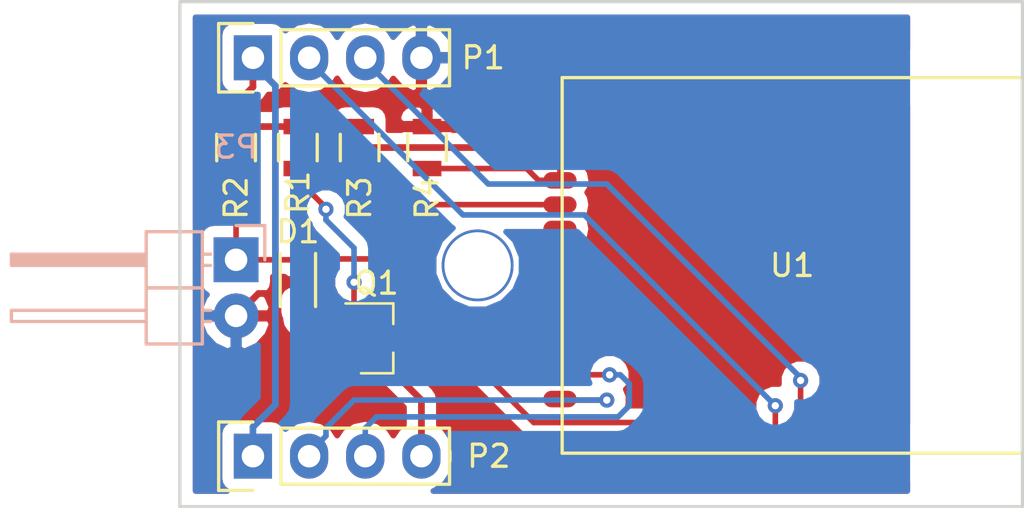
<source format=kicad_pcb>
(kicad_pcb (version 4) (host pcbnew 4.0.5-e0-6337~49~ubuntu16.04.1)

  (general
    (links 23)
    (no_connects 0)
    (area 76.124999 76.124999 114.375001 99.135001)
    (thickness 1.6)
    (drawings 4)
    (tracks 91)
    (zones 0)
    (modules 11)
    (nets 12)
  )

  (page A4)
  (layers
    (0 F.Cu signal)
    (31 B.Cu signal)
    (34 B.Paste user)
    (35 F.Paste user)
    (36 B.SilkS user)
    (37 F.SilkS user)
    (38 B.Mask user)
    (39 F.Mask user)
    (44 Edge.Cuts user)
  )

  (setup
    (last_trace_width 0.254)
    (trace_clearance 0.254)
    (zone_clearance 0.508)
    (zone_45_only no)
    (trace_min 0.1524)
    (segment_width 0.2)
    (edge_width 0.15)
    (via_size 0.6858)
    (via_drill 0.3302)
    (via_min_size 0.6858)
    (via_min_drill 0.3302)
    (uvia_size 0.3)
    (uvia_drill 0.1)
    (uvias_allowed no)
    (uvia_min_size 0)
    (uvia_min_drill 0)
    (pcb_text_width 0.3)
    (pcb_text_size 1.5 1.5)
    (mod_edge_width 0.15)
    (mod_text_size 1 1)
    (mod_text_width 0.15)
    (pad_size 3.25 3.25)
    (pad_drill 3)
    (pad_to_mask_clearance 0.2)
    (aux_axis_origin 0 0)
    (visible_elements FFFFFF7F)
    (pcbplotparams
      (layerselection 0x010f0_80000001)
      (usegerberextensions true)
      (excludeedgelayer true)
      (linewidth 0.100000)
      (plotframeref false)
      (viasonmask false)
      (mode 1)
      (useauxorigin false)
      (hpglpennumber 1)
      (hpglpenspeed 20)
      (hpglpendiameter 15)
      (hpglpenoverlay 2)
      (psnegative false)
      (psa4output false)
      (plotreference true)
      (plotvalue true)
      (plotinvisibletext false)
      (padsonsilk false)
      (subtractmaskfromsilk false)
      (outputformat 1)
      (mirror false)
      (drillshape 0)
      (scaleselection 1)
      (outputdirectory ../../../../temp/))
  )

  (net 0 "")
  (net 1 "Net-(Q1-Pad1)")
  (net 2 GND)
  (net 3 GNDD)
  (net 4 "Net-(D1-Pad1)")
  (net 5 VDD)
  (net 6 /SWCLK)
  (net 7 /SWDIO)
  (net 8 /RELAY)
  (net 9 /CFG_BTN)
  (net 10 "Net-(R3-Pad2)")
  (net 11 "Net-(R4-Pad2)")

  (net_class Default "This is the default net class."
    (clearance 0.254)
    (trace_width 0.254)
    (via_dia 0.6858)
    (via_drill 0.3302)
    (uvia_dia 0.3)
    (uvia_drill 0.1)
    (add_net /CFG_BTN)
    (add_net /RELAY)
    (add_net /SWCLK)
    (add_net /SWDIO)
    (add_net "Net-(D1-Pad1)")
    (add_net "Net-(Q1-Pad1)")
    (add_net "Net-(R3-Pad2)")
    (add_net "Net-(R4-Pad2)")
  )

  (net_class Power ""
    (clearance 0.3048)
    (trace_width 0.3048)
    (via_dia 0.6858)
    (via_drill 0.3302)
    (uvia_dia 0.3)
    (uvia_drill 0.1)
    (add_net GND)
    (add_net GNDD)
    (add_net VDD)
  )

  (module KevinLibrary:CORE51822B (layer F.Cu) (tedit 586B3728) (tstamp 58695D5D)
    (at 103.886 88.138)
    (path /5864B5BE)
    (fp_text reference U1 (at 0 0) (layer F.SilkS)
      (effects (font (size 1 1) (thickness 0.15)))
    )
    (fp_text value Core51822B (at 0 -2.85) (layer F.Fab)
      (effects (font (size 1 1) (thickness 0.15)))
    )
    (fp_line (start -10.4 8.5) (end -10.4 -8.5) (layer F.SilkS) (width 0.15))
    (fp_line (start 10.4 8.5) (end -10.4 8.5) (layer F.SilkS) (width 0.15))
    (fp_line (start 10.4 -8.5) (end 10.4 8.5) (layer F.SilkS) (width 0.15))
    (fp_line (start -10.4 -8.5) (end 10.4 -8.5) (layer F.SilkS) (width 0.15))
    (pad 1 smd oval (at 4.8 -8.5) (size 0.75 1.5) (layers F.Cu F.Paste F.Mask)
      (net 3 GNDD))
    (pad 2 smd oval (at 3.7 -8.5) (size 0.75 1.5) (layers F.Cu F.Paste F.Mask))
    (pad 3 smd oval (at 2.6 -8.5) (size 0.75 1.5) (layers F.Cu F.Paste F.Mask))
    (pad 4 smd oval (at 1.5 -8.5) (size 0.75 1.5) (layers F.Cu F.Paste F.Mask))
    (pad 5 smd oval (at 0.4 -8.5) (size 0.75 1.5) (layers F.Cu F.Paste F.Mask))
    (pad 12 smd oval (at -7.3 -8.5) (size 0.75 1.5) (layers F.Cu F.Paste F.Mask)
      (net 5 VDD))
    (pad 11 smd oval (at -6.2 -8.5) (size 0.75 1.5) (layers F.Cu F.Paste F.Mask)
      (net 3 GNDD))
    (pad 10 smd oval (at -5.1 -8.5) (size 0.75 1.5) (layers F.Cu F.Paste F.Mask))
    (pad 9 smd oval (at -4 -8.5) (size 0.75 1.5) (layers F.Cu F.Paste F.Mask))
    (pad 8 smd oval (at -2.9 -8.5) (size 0.75 1.5) (layers F.Cu F.Paste F.Mask))
    (pad 7 smd oval (at -1.8 -8.5) (size 0.75 1.5) (layers F.Cu F.Paste F.Mask))
    (pad 6 smd oval (at -0.7 -8.5) (size 0.75 1.5) (layers F.Cu F.Paste F.Mask))
    (pad 36 smd oval (at 4.8 8.5) (size 0.75 1.5) (layers F.Cu F.Paste F.Mask))
    (pad 35 smd oval (at 3.7 8.5) (size 0.75 1.5) (layers F.Cu F.Paste F.Mask))
    (pad 34 smd oval (at 2.6 8.5) (size 0.75 1.5) (layers F.Cu F.Paste F.Mask))
    (pad 33 smd oval (at 1.5 8.5) (size 0.75 1.5) (layers F.Cu F.Paste F.Mask))
    (pad 32 smd oval (at 0.4 8.5) (size 0.75 1.5) (layers F.Cu F.Paste F.Mask)
      (net 6 /SWCLK))
    (pad 31 smd oval (at -0.7 8.5) (size 0.75 1.5) (layers F.Cu F.Paste F.Mask)
      (net 7 /SWDIO))
    (pad 30 smd oval (at -1.8 8.5) (size 0.75 1.5) (layers F.Cu F.Paste F.Mask))
    (pad 29 smd oval (at -2.9 8.5) (size 0.75 1.5) (layers F.Cu F.Paste F.Mask)
      (net 4 "Net-(D1-Pad1)"))
    (pad 28 smd oval (at -4 8.5) (size 0.75 1.5) (layers F.Cu F.Paste F.Mask))
    (pad 27 smd oval (at -5.1 8.5) (size 0.75 1.5) (layers F.Cu F.Paste F.Mask))
    (pad 26 smd oval (at -6.2 8.5) (size 0.75 1.5) (layers F.Cu F.Paste F.Mask))
    (pad 25 smd oval (at -7.3 8.5) (size 0.75 1.5) (layers F.Cu F.Paste F.Mask))
    (pad 13 smd oval (at -10.5 -6.05) (size 1.5 0.75) (layers F.Cu F.Paste F.Mask))
    (pad 14 smd oval (at -10.5 -4.95) (size 1.5 0.75) (layers F.Cu F.Paste F.Mask)
      (net 11 "Net-(R4-Pad2)"))
    (pad 15 smd oval (at -10.5 -3.85) (size 1.5 0.75) (layers F.Cu F.Paste F.Mask)
      (net 11 "Net-(R4-Pad2)"))
    (pad 16 smd oval (at -10.5 -2.75) (size 1.5 0.75) (layers F.Cu F.Paste F.Mask)
      (net 10 "Net-(R3-Pad2)"))
    (pad 17 smd oval (at -10.5 -1.65) (size 1.5 0.75) (layers F.Cu F.Paste F.Mask))
    (pad 18 smd oval (at -10.5 -0.55) (size 1.5 0.75) (layers F.Cu F.Paste F.Mask))
    (pad 19 smd oval (at -10.5 0.55) (size 1.5 0.75) (layers F.Cu F.Paste F.Mask))
    (pad 20 smd oval (at -10.5 1.65) (size 1.5 0.75) (layers F.Cu F.Paste F.Mask))
    (pad 21 smd oval (at -10.5 2.75) (size 1.5 0.75) (layers F.Cu F.Paste F.Mask))
    (pad 22 smd oval (at -10.5 3.85) (size 1.5 0.75) (layers F.Cu F.Paste F.Mask))
    (pad 23 smd oval (at -10.5 4.95) (size 1.5 0.75) (layers F.Cu F.Paste F.Mask)
      (net 9 /CFG_BTN))
    (pad 24 smd oval (at -10.5 6.05) (size 1.5 0.75) (layers F.Cu F.Paste F.Mask)
      (net 8 /RELAY))
  )

  (module Resistors_SMD:R_0805 (layer F.Cu) (tedit 586B36E5) (tstamp 58699F20)
    (at 84.328 82.804 270)
    (descr "Resistor SMD 0805, reflow soldering, Vishay (see dcrcw.pdf)")
    (tags "resistor 0805")
    (path /5865ADD2)
    (attr smd)
    (fp_text reference R3 (at 2.286 0 270) (layer F.SilkS)
      (effects (font (size 1 1) (thickness 0.15)))
    )
    (fp_text value 10R3 (at 0 2.1 270) (layer F.Fab)
      (effects (font (size 1 1) (thickness 0.15)))
    )
    (fp_line (start -1 0.625) (end -1 -0.625) (layer F.Fab) (width 0.1))
    (fp_line (start 1 0.625) (end -1 0.625) (layer F.Fab) (width 0.1))
    (fp_line (start 1 -0.625) (end 1 0.625) (layer F.Fab) (width 0.1))
    (fp_line (start -1 -0.625) (end 1 -0.625) (layer F.Fab) (width 0.1))
    (fp_line (start -1.6 -1) (end 1.6 -1) (layer F.CrtYd) (width 0.05))
    (fp_line (start -1.6 1) (end 1.6 1) (layer F.CrtYd) (width 0.05))
    (fp_line (start -1.6 -1) (end -1.6 1) (layer F.CrtYd) (width 0.05))
    (fp_line (start 1.6 -1) (end 1.6 1) (layer F.CrtYd) (width 0.05))
    (fp_line (start 0.6 0.875) (end -0.6 0.875) (layer F.SilkS) (width 0.15))
    (fp_line (start -0.6 -0.875) (end 0.6 -0.875) (layer F.SilkS) (width 0.15))
    (pad 1 smd rect (at -0.95 0 270) (size 0.7 1.3) (layers F.Cu F.Paste F.Mask)
      (net 5 VDD))
    (pad 2 smd rect (at 0.95 0 270) (size 0.7 1.3) (layers F.Cu F.Paste F.Mask)
      (net 10 "Net-(R3-Pad2)"))
    (model Resistors_SMD.3dshapes/R_0805.wrl
      (at (xyz 0 0 0))
      (scale (xyz 1 1 1))
      (rotate (xyz 0 0 0))
    )
  )

  (module TO_SOT_Packages_SMD:SOT-23 (layer F.Cu) (tedit 583F39EB) (tstamp 58695982)
    (at 85.09 91.44)
    (descr "SOT-23, Standard")
    (tags SOT-23)
    (path /5865689C)
    (attr smd)
    (fp_text reference Q1 (at 0 -2.5) (layer F.SilkS)
      (effects (font (size 1 1) (thickness 0.15)))
    )
    (fp_text value IRLML6344 (at 0 2.5) (layer F.Fab)
      (effects (font (size 1 1) (thickness 0.15)))
    )
    (fp_line (start 0.76 1.58) (end 0.76 0.65) (layer F.SilkS) (width 0.12))
    (fp_line (start 0.76 -1.58) (end 0.76 -0.65) (layer F.SilkS) (width 0.12))
    (fp_line (start 0.7 -1.52) (end 0.7 1.52) (layer F.Fab) (width 0.15))
    (fp_line (start -0.7 1.52) (end 0.7 1.52) (layer F.Fab) (width 0.15))
    (fp_line (start -1.7 -1.75) (end 1.7 -1.75) (layer F.CrtYd) (width 0.05))
    (fp_line (start 1.7 -1.75) (end 1.7 1.75) (layer F.CrtYd) (width 0.05))
    (fp_line (start 1.7 1.75) (end -1.7 1.75) (layer F.CrtYd) (width 0.05))
    (fp_line (start -1.7 1.75) (end -1.7 -1.75) (layer F.CrtYd) (width 0.05))
    (fp_line (start 0.76 -1.58) (end -1.4 -1.58) (layer F.SilkS) (width 0.12))
    (fp_line (start -0.7 -1.52) (end 0.7 -1.52) (layer F.Fab) (width 0.15))
    (fp_line (start -0.7 -1.52) (end -0.7 1.52) (layer F.Fab) (width 0.15))
    (fp_line (start 0.76 1.58) (end -0.7 1.58) (layer F.SilkS) (width 0.12))
    (pad 1 smd rect (at -1 -0.95) (size 0.9 0.8) (layers F.Cu F.Paste F.Mask)
      (net 1 "Net-(Q1-Pad1)"))
    (pad 2 smd rect (at -1 0.95) (size 0.9 0.8) (layers F.Cu F.Paste F.Mask)
      (net 2 GND))
    (pad 3 smd rect (at 1 0) (size 0.9 0.8) (layers F.Cu F.Paste F.Mask)
      (net 3 GNDD))
    (model TO_SOT_Packages_SMD.3dshapes/SOT-23.wrl
      (at (xyz 0 0 0))
      (scale (xyz 1 1 1))
      (rotate (xyz 0 0 90))
    )
  )

  (module Pin_Headers:Pin_Header_Angled_1x02 (layer B.Cu) (tedit 0) (tstamp 58697556)
    (at 78.74 87.884 180)
    (descr "Through hole pin header")
    (tags "pin header")
    (path /58697198)
    (fp_text reference P3 (at 0 5.1 180) (layer B.SilkS)
      (effects (font (size 1 1) (thickness 0.15)) (justify mirror))
    )
    (fp_text value CONN_01X02 (at 0 3.1 180) (layer B.Fab)
      (effects (font (size 1 1) (thickness 0.15)) (justify mirror))
    )
    (fp_line (start -1.5 1.75) (end -1.5 -4.3) (layer B.CrtYd) (width 0.05))
    (fp_line (start 10.65 1.75) (end 10.65 -4.3) (layer B.CrtYd) (width 0.05))
    (fp_line (start -1.5 1.75) (end 10.65 1.75) (layer B.CrtYd) (width 0.05))
    (fp_line (start -1.5 -4.3) (end 10.65 -4.3) (layer B.CrtYd) (width 0.05))
    (fp_line (start -1.3 1.55) (end -1.3 0) (layer B.SilkS) (width 0.15))
    (fp_line (start 0 1.55) (end -1.3 1.55) (layer B.SilkS) (width 0.15))
    (fp_line (start 4.191 0.127) (end 10.033 0.127) (layer B.SilkS) (width 0.15))
    (fp_line (start 10.033 0.127) (end 10.033 -0.127) (layer B.SilkS) (width 0.15))
    (fp_line (start 10.033 -0.127) (end 4.191 -0.127) (layer B.SilkS) (width 0.15))
    (fp_line (start 4.191 -0.127) (end 4.191 0) (layer B.SilkS) (width 0.15))
    (fp_line (start 4.191 0) (end 10.033 0) (layer B.SilkS) (width 0.15))
    (fp_line (start 1.524 0.254) (end 1.143 0.254) (layer B.SilkS) (width 0.15))
    (fp_line (start 1.524 -0.254) (end 1.143 -0.254) (layer B.SilkS) (width 0.15))
    (fp_line (start 1.524 -2.286) (end 1.143 -2.286) (layer B.SilkS) (width 0.15))
    (fp_line (start 1.524 -2.794) (end 1.143 -2.794) (layer B.SilkS) (width 0.15))
    (fp_line (start 1.524 1.27) (end 4.064 1.27) (layer B.SilkS) (width 0.15))
    (fp_line (start 1.524 -1.27) (end 4.064 -1.27) (layer B.SilkS) (width 0.15))
    (fp_line (start 1.524 -1.27) (end 1.524 -3.81) (layer B.SilkS) (width 0.15))
    (fp_line (start 1.524 -3.81) (end 4.064 -3.81) (layer B.SilkS) (width 0.15))
    (fp_line (start 4.064 -2.286) (end 10.16 -2.286) (layer B.SilkS) (width 0.15))
    (fp_line (start 10.16 -2.286) (end 10.16 -2.794) (layer B.SilkS) (width 0.15))
    (fp_line (start 10.16 -2.794) (end 4.064 -2.794) (layer B.SilkS) (width 0.15))
    (fp_line (start 4.064 -3.81) (end 4.064 -1.27) (layer B.SilkS) (width 0.15))
    (fp_line (start 4.064 -1.27) (end 4.064 1.27) (layer B.SilkS) (width 0.15))
    (fp_line (start 10.16 -0.254) (end 4.064 -0.254) (layer B.SilkS) (width 0.15))
    (fp_line (start 10.16 0.254) (end 10.16 -0.254) (layer B.SilkS) (width 0.15))
    (fp_line (start 4.064 0.254) (end 10.16 0.254) (layer B.SilkS) (width 0.15))
    (fp_line (start 1.524 -1.27) (end 4.064 -1.27) (layer B.SilkS) (width 0.15))
    (fp_line (start 1.524 1.27) (end 1.524 -1.27) (layer B.SilkS) (width 0.15))
    (pad 1 thru_hole rect (at 0 0 180) (size 2.032 2.032) (drill 1.016) (layers *.Cu *.Mask)
      (net 4 "Net-(D1-Pad1)"))
    (pad 2 thru_hole oval (at 0 -2.54 180) (size 2.032 2.032) (drill 1.016) (layers *.Cu *.Mask)
      (net 3 GNDD))
    (model Pin_Headers.3dshapes/Pin_Header_Angled_1x02.wrl
      (at (xyz 0 -0.05 0))
      (scale (xyz 1 1 1))
      (rotate (xyz 0 0 90))
    )
  )

  (module Diodes_SMD:SOD-323 (layer F.Cu) (tedit 586B3714) (tstamp 58699F07)
    (at 81.534 88.9 270)
    (descr SOD-323)
    (tags SOD-323)
    (path /5866A0AA)
    (attr smd)
    (fp_text reference D1 (at -2.286 0 360) (layer F.SilkS)
      (effects (font (size 1 1) (thickness 0.15)))
    )
    (fp_text value SP4020 (at 0.1 1.9 270) (layer F.Fab)
      (effects (font (size 1 1) (thickness 0.15)))
    )
    (fp_line (start 0.2 0) (end 0.45 0) (layer F.Fab) (width 0.15))
    (fp_line (start 0.2 0.35) (end -0.3 0) (layer F.Fab) (width 0.15))
    (fp_line (start 0.2 -0.35) (end 0.2 0.35) (layer F.Fab) (width 0.15))
    (fp_line (start -0.3 0) (end 0.2 -0.35) (layer F.Fab) (width 0.15))
    (fp_line (start -0.3 0) (end -0.5 0) (layer F.Fab) (width 0.15))
    (fp_line (start -0.3 -0.35) (end -0.3 0.35) (layer F.Fab) (width 0.15))
    (fp_line (start -0.85 0.65) (end -0.85 -0.65) (layer F.Fab) (width 0.15))
    (fp_line (start 0.85 0.65) (end -0.85 0.65) (layer F.Fab) (width 0.15))
    (fp_line (start 0.85 -0.65) (end 0.85 0.65) (layer F.Fab) (width 0.15))
    (fp_line (start -0.85 -0.65) (end 0.85 -0.65) (layer F.Fab) (width 0.15))
    (fp_line (start -1.5 -0.95) (end 1.5 -0.95) (layer F.CrtYd) (width 0.05))
    (fp_line (start 1.5 -0.95) (end 1.5 0.95) (layer F.CrtYd) (width 0.05))
    (fp_line (start -1.5 0.95) (end 1.5 0.95) (layer F.CrtYd) (width 0.05))
    (fp_line (start -1.5 -0.95) (end -1.5 0.95) (layer F.CrtYd) (width 0.05))
    (fp_line (start -1.3 0.8) (end 1.1 0.8) (layer F.SilkS) (width 0.15))
    (fp_line (start -1.3 -0.8) (end 1.1 -0.8) (layer F.SilkS) (width 0.15))
    (pad 1 smd rect (at -1.055 0 270) (size 0.59 0.45) (layers F.Cu F.Paste F.Mask)
      (net 4 "Net-(D1-Pad1)"))
    (pad 2 smd rect (at 1.055 0 270) (size 0.59 0.45) (layers F.Cu F.Paste F.Mask)
      (net 2 GND))
    (model Diodes_SMD.3dshapes/SOD-323.wrl
      (at (xyz 0 0 0))
      (scale (xyz 1 1 1))
      (rotate (xyz 0 0 180))
    )
  )

  (module Resistors_SMD:R_0805 (layer F.Cu) (tedit 586B36DB) (tstamp 58699F16)
    (at 81.534 82.804 270)
    (descr "Resistor SMD 0805, reflow soldering, Vishay (see dcrcw.pdf)")
    (tags "resistor 0805")
    (path /58656E6F)
    (attr smd)
    (fp_text reference R1 (at 2.032 0 270) (layer F.SilkS)
      (effects (font (size 1 1) (thickness 0.15)))
    )
    (fp_text value 100R (at 0 2.1 270) (layer F.Fab)
      (effects (font (size 1 1) (thickness 0.15)))
    )
    (fp_line (start -1 0.625) (end -1 -0.625) (layer F.Fab) (width 0.1))
    (fp_line (start 1 0.625) (end -1 0.625) (layer F.Fab) (width 0.1))
    (fp_line (start 1 -0.625) (end 1 0.625) (layer F.Fab) (width 0.1))
    (fp_line (start -1 -0.625) (end 1 -0.625) (layer F.Fab) (width 0.1))
    (fp_line (start -1.6 -1) (end 1.6 -1) (layer F.CrtYd) (width 0.05))
    (fp_line (start -1.6 1) (end 1.6 1) (layer F.CrtYd) (width 0.05))
    (fp_line (start -1.6 -1) (end -1.6 1) (layer F.CrtYd) (width 0.05))
    (fp_line (start 1.6 -1) (end 1.6 1) (layer F.CrtYd) (width 0.05))
    (fp_line (start 0.6 0.875) (end -0.6 0.875) (layer F.SilkS) (width 0.15))
    (fp_line (start -0.6 -0.875) (end 0.6 -0.875) (layer F.SilkS) (width 0.15))
    (pad 1 smd rect (at -0.95 0 270) (size 0.7 1.3) (layers F.Cu F.Paste F.Mask)
      (net 5 VDD))
    (pad 2 smd rect (at 0.95 0 270) (size 0.7 1.3) (layers F.Cu F.Paste F.Mask)
      (net 1 "Net-(Q1-Pad1)"))
    (model Resistors_SMD.3dshapes/R_0805.wrl
      (at (xyz 0 0 0))
      (scale (xyz 1 1 1))
      (rotate (xyz 0 0 0))
    )
  )

  (module Resistors_SMD:R_0805 (layer F.Cu) (tedit 586B36E0) (tstamp 58699F1B)
    (at 78.74 82.804 270)
    (descr "Resistor SMD 0805, reflow soldering, Vishay (see dcrcw.pdf)")
    (tags "resistor 0805")
    (path /5865AEBC)
    (attr smd)
    (fp_text reference R2 (at 2.286 0 270) (layer F.SilkS)
      (effects (font (size 1 1) (thickness 0.15)))
    )
    (fp_text value 10R3 (at 0 2.1 270) (layer F.Fab)
      (effects (font (size 1 1) (thickness 0.15)))
    )
    (fp_line (start -1 0.625) (end -1 -0.625) (layer F.Fab) (width 0.1))
    (fp_line (start 1 0.625) (end -1 0.625) (layer F.Fab) (width 0.1))
    (fp_line (start 1 -0.625) (end 1 0.625) (layer F.Fab) (width 0.1))
    (fp_line (start -1 -0.625) (end 1 -0.625) (layer F.Fab) (width 0.1))
    (fp_line (start -1.6 -1) (end 1.6 -1) (layer F.CrtYd) (width 0.05))
    (fp_line (start -1.6 1) (end 1.6 1) (layer F.CrtYd) (width 0.05))
    (fp_line (start -1.6 -1) (end -1.6 1) (layer F.CrtYd) (width 0.05))
    (fp_line (start 1.6 -1) (end 1.6 1) (layer F.CrtYd) (width 0.05))
    (fp_line (start 0.6 0.875) (end -0.6 0.875) (layer F.SilkS) (width 0.15))
    (fp_line (start -0.6 -0.875) (end 0.6 -0.875) (layer F.SilkS) (width 0.15))
    (pad 1 smd rect (at -0.95 0 270) (size 0.7 1.3) (layers F.Cu F.Paste F.Mask)
      (net 5 VDD))
    (pad 2 smd rect (at 0.95 0 270) (size 0.7 1.3) (layers F.Cu F.Paste F.Mask)
      (net 4 "Net-(D1-Pad1)"))
    (model Resistors_SMD.3dshapes/R_0805.wrl
      (at (xyz 0 0 0))
      (scale (xyz 1 1 1))
      (rotate (xyz 0 0 0))
    )
  )

  (module Resistors_SMD:R_0805 (layer F.Cu) (tedit 586B36EE) (tstamp 58699F25)
    (at 87.376 82.804 270)
    (descr "Resistor SMD 0805, reflow soldering, Vishay (see dcrcw.pdf)")
    (tags "resistor 0805")
    (path /5865AD1B)
    (attr smd)
    (fp_text reference R4 (at 2.286 0 270) (layer F.SilkS)
      (effects (font (size 1 1) (thickness 0.15)))
    )
    (fp_text value 10R3 (at 0 2.1 270) (layer F.Fab)
      (effects (font (size 1 1) (thickness 0.15)))
    )
    (fp_line (start -1 0.625) (end -1 -0.625) (layer F.Fab) (width 0.1))
    (fp_line (start 1 0.625) (end -1 0.625) (layer F.Fab) (width 0.1))
    (fp_line (start 1 -0.625) (end 1 0.625) (layer F.Fab) (width 0.1))
    (fp_line (start -1 -0.625) (end 1 -0.625) (layer F.Fab) (width 0.1))
    (fp_line (start -1.6 -1) (end 1.6 -1) (layer F.CrtYd) (width 0.05))
    (fp_line (start -1.6 1) (end 1.6 1) (layer F.CrtYd) (width 0.05))
    (fp_line (start -1.6 -1) (end -1.6 1) (layer F.CrtYd) (width 0.05))
    (fp_line (start 1.6 -1) (end 1.6 1) (layer F.CrtYd) (width 0.05))
    (fp_line (start 0.6 0.875) (end -0.6 0.875) (layer F.SilkS) (width 0.15))
    (fp_line (start -0.6 -0.875) (end 0.6 -0.875) (layer F.SilkS) (width 0.15))
    (pad 1 smd rect (at -0.95 0 270) (size 0.7 1.3) (layers F.Cu F.Paste F.Mask)
      (net 3 GNDD))
    (pad 2 smd rect (at 0.95 0 270) (size 0.7 1.3) (layers F.Cu F.Paste F.Mask)
      (net 11 "Net-(R4-Pad2)"))
    (model Resistors_SMD.3dshapes/R_0805.wrl
      (at (xyz 0 0 0))
      (scale (xyz 1 1 1))
      (rotate (xyz 0 0 0))
    )
  )

  (module Pin_Headers:Pin_Header_Straight_1x04 (layer F.Cu) (tedit 586B36B3) (tstamp 5880CA0B)
    (at 79.502 78.74 90)
    (descr "Through hole pin header")
    (tags "pin header")
    (path /58648F8C)
    (fp_text reference P1 (at 0 10.414 180) (layer F.SilkS)
      (effects (font (size 1 1) (thickness 0.15)))
    )
    (fp_text value PRG_HEADER (at 0 -3.1 90) (layer F.Fab)
      (effects (font (size 1 1) (thickness 0.15)))
    )
    (fp_line (start -1.75 -1.75) (end -1.75 9.4) (layer F.CrtYd) (width 0.05))
    (fp_line (start 1.75 -1.75) (end 1.75 9.4) (layer F.CrtYd) (width 0.05))
    (fp_line (start -1.75 -1.75) (end 1.75 -1.75) (layer F.CrtYd) (width 0.05))
    (fp_line (start -1.75 9.4) (end 1.75 9.4) (layer F.CrtYd) (width 0.05))
    (fp_line (start -1.27 1.27) (end -1.27 8.89) (layer F.SilkS) (width 0.15))
    (fp_line (start 1.27 1.27) (end 1.27 8.89) (layer F.SilkS) (width 0.15))
    (fp_line (start 1.55 -1.55) (end 1.55 0) (layer F.SilkS) (width 0.15))
    (fp_line (start -1.27 8.89) (end 1.27 8.89) (layer F.SilkS) (width 0.15))
    (fp_line (start 1.27 1.27) (end -1.27 1.27) (layer F.SilkS) (width 0.15))
    (fp_line (start -1.55 0) (end -1.55 -1.55) (layer F.SilkS) (width 0.15))
    (fp_line (start -1.55 -1.55) (end 1.55 -1.55) (layer F.SilkS) (width 0.15))
    (pad 1 thru_hole rect (at 0 0 90) (size 2.032 1.7272) (drill 1.016) (layers *.Cu *.Mask)
      (net 5 VDD))
    (pad 2 thru_hole oval (at 0 2.54 90) (size 2.032 1.7272) (drill 1.016) (layers *.Cu *.Mask)
      (net 7 /SWDIO))
    (pad 3 thru_hole oval (at 0 5.08 90) (size 2.032 1.7272) (drill 1.016) (layers *.Cu *.Mask)
      (net 6 /SWCLK))
    (pad 4 thru_hole oval (at 0 7.62 90) (size 2.032 1.7272) (drill 1.016) (layers *.Cu *.Mask)
      (net 3 GNDD))
    (model Pin_Headers.3dshapes/Pin_Header_Straight_1x04.wrl
      (at (xyz 0 -0.15 0))
      (scale (xyz 1 1 1))
      (rotate (xyz 0 0 90))
    )
  )

  (module Pin_Headers:Pin_Header_Straight_1x04 (layer F.Cu) (tedit 586B36F9) (tstamp 5880CA1D)
    (at 79.502 96.774 90)
    (descr "Through hole pin header")
    (tags "pin header")
    (path /58648E7D)
    (fp_text reference P2 (at 0 10.668 180) (layer F.SilkS)
      (effects (font (size 1 1) (thickness 0.15)))
    )
    (fp_text value INPUT_HEADER (at 0 -3.1 90) (layer F.Fab)
      (effects (font (size 1 1) (thickness 0.15)))
    )
    (fp_line (start -1.75 -1.75) (end -1.75 9.4) (layer F.CrtYd) (width 0.05))
    (fp_line (start 1.75 -1.75) (end 1.75 9.4) (layer F.CrtYd) (width 0.05))
    (fp_line (start -1.75 -1.75) (end 1.75 -1.75) (layer F.CrtYd) (width 0.05))
    (fp_line (start -1.75 9.4) (end 1.75 9.4) (layer F.CrtYd) (width 0.05))
    (fp_line (start -1.27 1.27) (end -1.27 8.89) (layer F.SilkS) (width 0.15))
    (fp_line (start 1.27 1.27) (end 1.27 8.89) (layer F.SilkS) (width 0.15))
    (fp_line (start 1.55 -1.55) (end 1.55 0) (layer F.SilkS) (width 0.15))
    (fp_line (start -1.27 8.89) (end 1.27 8.89) (layer F.SilkS) (width 0.15))
    (fp_line (start 1.27 1.27) (end -1.27 1.27) (layer F.SilkS) (width 0.15))
    (fp_line (start -1.55 0) (end -1.55 -1.55) (layer F.SilkS) (width 0.15))
    (fp_line (start -1.55 -1.55) (end 1.55 -1.55) (layer F.SilkS) (width 0.15))
    (pad 1 thru_hole rect (at 0 0 90) (size 2.032 1.7272) (drill 1.016) (layers *.Cu *.Mask)
      (net 5 VDD))
    (pad 2 thru_hole oval (at 0 2.54 90) (size 2.032 1.7272) (drill 1.016) (layers *.Cu *.Mask)
      (net 8 /RELAY))
    (pad 3 thru_hole oval (at 0 5.08 90) (size 2.032 1.7272) (drill 1.016) (layers *.Cu *.Mask)
      (net 9 /CFG_BTN))
    (pad 4 thru_hole oval (at 0 7.62 90) (size 2.032 1.7272) (drill 1.016) (layers *.Cu *.Mask)
      (net 2 GND))
    (model Pin_Headers.3dshapes/Pin_Header_Straight_1x04.wrl
      (at (xyz 0 -0.15 0))
      (scale (xyz 1 1 1))
      (rotate (xyz 0 0 90))
    )
  )

  (module Mounting_Holes:MountingHole_2.7mm_M2.5 (layer F.Cu) (tedit 58900527) (tstamp 5880CA7B)
    (at 89.662 88.138)
    (descr "Mounting Hole 2.7mm, no annular, M2.5")
    (tags "mounting hole 2.7mm no annular m2.5")
    (fp_text reference REF** (at 0 -3.7) (layer F.SilkS) hide
      (effects (font (size 1 1) (thickness 0.15)))
    )
    (fp_text value MountingHole_2.7mm_M2.5 (at 0 3.7) (layer F.Fab)
      (effects (font (size 1 1) (thickness 0.15)))
    )
    (fp_circle (center 0 0) (end 2.7 0) (layer Cmts.User) (width 0.15))
    (fp_circle (center 0 0) (end 2.95 0) (layer F.CrtYd) (width 0.05))
    (pad "" np_thru_hole circle (at 0 0) (size 3.25 3.25) (drill 3) (layers *.Cu *.Mask))
  )

  (gr_line (start 114.3 99.06) (end 76.2 99.06) (angle 90) (layer Edge.Cuts) (width 0.15))
  (gr_line (start 114.3 76.2) (end 114.3 99.06) (angle 90) (layer Edge.Cuts) (width 0.15))
  (gr_line (start 76.2 76.2) (end 114.3 76.2) (angle 90) (layer Edge.Cuts) (width 0.15))
  (gr_line (start 76.2 76.2) (end 76.2 99.06) (angle 90) (layer Edge.Cuts) (width 0.15))

  (segment (start 84.074 88.9) (end 84.074 90.474) (width 0.254) (layer F.Cu) (net 1))
  (segment (start 84.074 90.474) (end 84.09 90.49) (width 0.254) (layer F.Cu) (net 1))
  (segment (start 84.074 87.352933) (end 84.074 88.9) (width 0.254) (layer B.Cu) (net 1))
  (via (at 84.074 88.9) (size 0.6858) (drill 0.3302) (layers F.Cu B.Cu) (net 1))
  (segment (start 82.804 85.598) (end 82.804 86.082933) (width 0.254) (layer B.Cu) (net 1))
  (segment (start 82.804 86.082933) (end 84.074 87.352933) (width 0.254) (layer B.Cu) (net 1))
  (segment (start 82.6216 85.344) (end 82.6216 85.4156) (width 0.254) (layer F.Cu) (net 1))
  (segment (start 82.6216 85.4156) (end 82.804 85.598) (width 0.254) (layer F.Cu) (net 1))
  (via (at 82.804 85.598) (size 0.6858) (drill 0.3302) (layers F.Cu B.Cu) (net 1))
  (segment (start 81.534 83.754) (end 81.534 84.2564) (width 0.254) (layer F.Cu) (net 1))
  (segment (start 81.534 84.2564) (end 82.6216 85.344) (width 0.254) (layer F.Cu) (net 1))
  (segment (start 84.09 92.39) (end 83.3352 92.39) (width 0.3048) (layer F.Cu) (net 2))
  (segment (start 83.3352 92.39) (end 81.534 90.5888) (width 0.3048) (layer F.Cu) (net 2))
  (segment (start 81.534 90.5888) (end 81.534 89.955) (width 0.3048) (layer F.Cu) (net 2))
  (segment (start 87.122 96.774) (end 87.122 94.234) (width 0.3048) (layer F.Cu) (net 2))
  (segment (start 87.122 94.234) (end 85.278 92.39) (width 0.3048) (layer F.Cu) (net 2))
  (segment (start 85.278 92.39) (end 84.09 92.39) (width 0.3048) (layer F.Cu) (net 2))
  (segment (start 82.804 90.932) (end 83.312 91.44) (width 0.3048) (layer F.Cu) (net 3))
  (segment (start 83.312 91.44) (end 86.09 91.44) (width 0.3048) (layer F.Cu) (net 3))
  (segment (start 82.804 89.882038) (end 82.804 90.932) (width 0.3048) (layer F.Cu) (net 3))
  (segment (start 80.772 88.9) (end 81.821962 88.9) (width 0.3048) (layer F.Cu) (net 3))
  (segment (start 81.821962 88.9) (end 82.804 89.882038) (width 0.3048) (layer F.Cu) (net 3))
  (segment (start 80.263999 89.408001) (end 80.772 88.9) (width 0.3048) (layer F.Cu) (net 3))
  (segment (start 78.74 90.424) (end 79.755999 89.408001) (width 0.3048) (layer F.Cu) (net 3))
  (segment (start 79.755999 89.408001) (end 80.263999 89.408001) (width 0.3048) (layer F.Cu) (net 3))
  (segment (start 99.973 95.25) (end 100.986 96.263) (width 0.254) (layer F.Cu) (net 4))
  (segment (start 81.534 87.845) (end 84.797 87.845) (width 0.254) (layer F.Cu) (net 4))
  (segment (start 84.797 87.845) (end 92.202 95.25) (width 0.254) (layer F.Cu) (net 4))
  (segment (start 92.202 95.25) (end 99.973 95.25) (width 0.254) (layer F.Cu) (net 4))
  (segment (start 100.986 96.263) (end 100.986 96.638) (width 0.254) (layer F.Cu) (net 4))
  (segment (start 78.74 83.754) (end 78.74 87.884) (width 0.254) (layer F.Cu) (net 4))
  (segment (start 78.74 87.884) (end 81.495 87.884) (width 0.254) (layer F.Cu) (net 4))
  (segment (start 81.495 87.884) (end 81.534 87.845) (width 0.254) (layer F.Cu) (net 4))
  (segment (start 89.916 82.804) (end 93.082 79.638) (width 0.3048) (layer F.Cu) (net 5))
  (segment (start 93.082 79.638) (end 96.586 79.638) (width 0.3048) (layer F.Cu) (net 5))
  (segment (start 84.6232 82.804) (end 89.916 82.804) (width 0.3048) (layer F.Cu) (net 5))
  (segment (start 84.328 81.854) (end 84.328 82.5088) (width 0.3048) (layer F.Cu) (net 5))
  (segment (start 84.328 82.5088) (end 84.6232 82.804) (width 0.3048) (layer F.Cu) (net 5))
  (segment (start 81.534 81.854) (end 84.328 81.854) (width 0.3048) (layer F.Cu) (net 5))
  (segment (start 78.74 81.854) (end 81.534 81.854) (width 0.3048) (layer F.Cu) (net 5))
  (segment (start 79.502 78.74) (end 79.502 80.0608) (width 0.3048) (layer F.Cu) (net 5))
  (segment (start 79.502 80.0608) (end 78.74 80.8228) (width 0.3048) (layer F.Cu) (net 5))
  (segment (start 78.74 80.8228) (end 78.74 81.854) (width 0.3048) (layer F.Cu) (net 5))
  (segment (start 80.518 80.01) (end 80.518 94.4372) (width 0.3048) (layer B.Cu) (net 5))
  (segment (start 79.502 95.4532) (end 79.502 96.774) (width 0.3048) (layer B.Cu) (net 5))
  (segment (start 80.518 94.4372) (end 79.502 95.4532) (width 0.3048) (layer B.Cu) (net 5))
  (segment (start 79.502 78.994) (end 80.518 80.01) (width 0.3048) (layer B.Cu) (net 5))
  (segment (start 79.502 78.74) (end 79.502 78.994) (width 0.3048) (layer B.Cu) (net 5))
  (segment (start 79.502 96.6216) (end 79.502 96.774) (width 0.3048) (layer F.Cu) (net 5))
  (segment (start 79.502 78.74) (end 79.502 78.8924) (width 0.3048) (layer B.Cu) (net 5))
  (segment (start 104.267 93.345) (end 104.267 96.619) (width 0.254) (layer F.Cu) (net 6))
  (segment (start 104.267 96.619) (end 104.286 96.638) (width 0.254) (layer F.Cu) (net 6))
  (segment (start 95.504 84.455) (end 104.267 93.218) (width 0.254) (layer B.Cu) (net 6))
  (segment (start 104.267 93.218) (end 104.267 93.345) (width 0.254) (layer B.Cu) (net 6))
  (via (at 104.267 93.345) (size 0.6858) (drill 0.3302) (layers F.Cu B.Cu) (net 6))
  (segment (start 90.1446 84.455) (end 95.504 84.455) (width 0.254) (layer B.Cu) (net 6))
  (segment (start 84.582 78.74) (end 84.582 78.8924) (width 0.254) (layer B.Cu) (net 6))
  (segment (start 84.582 78.8924) (end 90.1446 84.455) (width 0.254) (layer B.Cu) (net 6))
  (segment (start 103.124 94.488) (end 103.124 96.576) (width 0.254) (layer F.Cu) (net 7))
  (segment (start 103.124 96.576) (end 103.186 96.638) (width 0.254) (layer F.Cu) (net 7))
  (segment (start 94.488 85.852) (end 103.124 94.488) (width 0.254) (layer B.Cu) (net 7))
  (via (at 103.124 94.488) (size 0.6858) (drill 0.3302) (layers F.Cu B.Cu) (net 7))
  (segment (start 89.0016 85.852) (end 94.488 85.852) (width 0.254) (layer B.Cu) (net 7))
  (segment (start 82.042 78.74) (end 82.042 78.8924) (width 0.254) (layer B.Cu) (net 7))
  (segment (start 82.042 78.8924) (end 89.0016 85.852) (width 0.254) (layer B.Cu) (net 7))
  (segment (start 95.504 94.234) (end 93.432 94.234) (width 0.254) (layer F.Cu) (net 8))
  (segment (start 93.432 94.234) (end 93.386 94.188) (width 0.254) (layer F.Cu) (net 8))
  (segment (start 84.074 94.234) (end 95.504 94.234) (width 0.254) (layer B.Cu) (net 8))
  (via (at 95.504 94.234) (size 0.6858) (drill 0.3302) (layers F.Cu B.Cu) (net 8))
  (segment (start 82.804 95.504) (end 84.074 94.234) (width 0.254) (layer B.Cu) (net 8))
  (segment (start 82.804 95.8596) (end 82.804 95.504) (width 0.254) (layer B.Cu) (net 8))
  (segment (start 82.042 96.774) (end 82.042 96.6216) (width 0.254) (layer B.Cu) (net 8))
  (segment (start 82.042 96.6216) (end 82.804 95.8596) (width 0.254) (layer B.Cu) (net 8))
  (segment (start 85.09 94.996) (end 84.582 95.504) (width 0.254) (layer B.Cu) (net 9))
  (segment (start 84.582 95.504) (end 84.582 96.774) (width 0.254) (layer B.Cu) (net 9))
  (segment (start 96.012 94.996) (end 85.09 94.996) (width 0.254) (layer B.Cu) (net 9))
  (segment (start 96.52 94.488) (end 96.012 94.996) (width 0.254) (layer B.Cu) (net 9))
  (segment (start 96.52 93.495067) (end 96.52 94.488) (width 0.254) (layer B.Cu) (net 9))
  (segment (start 95.631 93.091) (end 96.115933 93.091) (width 0.254) (layer B.Cu) (net 9))
  (segment (start 96.115933 93.091) (end 96.52 93.495067) (width 0.254) (layer B.Cu) (net 9))
  (segment (start 93.386 93.088) (end 95.628 93.088) (width 0.254) (layer F.Cu) (net 9))
  (segment (start 95.628 93.088) (end 95.631 93.091) (width 0.254) (layer F.Cu) (net 9))
  (via (at 95.631 93.091) (size 0.6858) (drill 0.3302) (layers F.Cu B.Cu) (net 9))
  (segment (start 84.328 83.754) (end 84.328 84.2564) (width 0.254) (layer F.Cu) (net 10))
  (segment (start 92.4836 85.388) (end 93.386 85.388) (width 0.254) (layer F.Cu) (net 10))
  (segment (start 84.328 84.2564) (end 85.4596 85.388) (width 0.254) (layer F.Cu) (net 10))
  (segment (start 85.4596 85.388) (end 92.4836 85.388) (width 0.254) (layer F.Cu) (net 10))
  (segment (start 93.386 84.288) (end 93.386 83.188) (width 0.254) (layer F.Cu) (net 11))
  (segment (start 91.882 83.754) (end 92.416 84.288) (width 0.254) (layer F.Cu) (net 11))
  (segment (start 92.416 84.288) (end 93.386 84.288) (width 0.254) (layer F.Cu) (net 11))
  (segment (start 87.376 83.754) (end 91.882 83.754) (width 0.254) (layer F.Cu) (net 11))

  (zone (net 3) (net_name GNDD) (layer F.Cu) (tstamp 5880CAB7) (hatch edge 0.508)
    (connect_pads (clearance 0.508))
    (min_thickness 0.254)
    (fill yes (arc_segments 16) (thermal_gap 0.508) (thermal_bridge_width 0.508))
    (polygon
      (pts
        (xy 109.22 99.06) (xy 76.2 99.06) (xy 75.946 76.2) (xy 109.22 76.2)
      )
    )
    (filled_polygon
      (pts
        (xy 109.093 78.353696) (xy 108.968181 78.293219) (xy 108.813 78.421277) (xy 108.813 79.511) (xy 108.833 79.511)
        (xy 108.833 79.765) (xy 108.813 79.765) (xy 108.813 80.854723) (xy 108.968181 80.982781) (xy 109.093 80.922304)
        (xy 109.093 95.316439) (xy 109.07251 95.302748) (xy 108.686 95.225866) (xy 108.29949 95.302748) (xy 108.136 95.411988)
        (xy 107.97251 95.302748) (xy 107.586 95.225866) (xy 107.19949 95.302748) (xy 107.036 95.411988) (xy 106.87251 95.302748)
        (xy 106.486 95.225866) (xy 106.09949 95.302748) (xy 105.936 95.411988) (xy 105.77251 95.302748) (xy 105.386 95.225866)
        (xy 105.029 95.296878) (xy 105.029 93.966083) (xy 105.09554 93.899659) (xy 105.24473 93.54037) (xy 105.245069 93.151337)
        (xy 105.096507 92.791788) (xy 104.821659 92.51646) (xy 104.46237 92.36727) (xy 104.073337 92.366931) (xy 103.713788 92.515493)
        (xy 103.43846 92.790341) (xy 103.28927 93.14963) (xy 103.288956 93.510243) (xy 102.930337 93.509931) (xy 102.570788 93.658493)
        (xy 102.29546 93.933341) (xy 102.14627 94.29263) (xy 102.145931 94.681663) (xy 102.294493 95.041212) (xy 102.362 95.108837)
        (xy 102.362 95.280766) (xy 102.086 95.225866) (xy 101.69949 95.302748) (xy 101.536 95.411988) (xy 101.37251 95.302748)
        (xy 101.036552 95.235921) (xy 100.511815 94.711185) (xy 100.467632 94.681663) (xy 100.264605 94.546004) (xy 99.973 94.488)
        (xy 96.457385 94.488) (xy 96.48173 94.42937) (xy 96.482069 94.040337) (xy 96.360035 93.744991) (xy 96.45954 93.645659)
        (xy 96.60873 93.28637) (xy 96.609069 92.897337) (xy 96.460507 92.537788) (xy 96.185659 92.26246) (xy 95.82637 92.11327)
        (xy 95.437337 92.112931) (xy 95.077788 92.261493) (xy 95.013168 92.326) (xy 94.730901 92.326) (xy 94.798134 91.988)
        (xy 94.721252 91.60149) (xy 94.612012 91.438) (xy 94.721252 91.27451) (xy 94.798134 90.888) (xy 94.721252 90.50149)
        (xy 94.612012 90.338) (xy 94.721252 90.17451) (xy 94.798134 89.788) (xy 94.721252 89.40149) (xy 94.612012 89.238)
        (xy 94.721252 89.07451) (xy 94.798134 88.688) (xy 94.721252 88.30149) (xy 94.612012 88.138) (xy 94.721252 87.97451)
        (xy 94.798134 87.588) (xy 94.721252 87.20149) (xy 94.612012 87.038) (xy 94.721252 86.87451) (xy 94.798134 86.488)
        (xy 94.721252 86.10149) (xy 94.612012 85.938) (xy 94.721252 85.77451) (xy 94.798134 85.388) (xy 94.721252 85.00149)
        (xy 94.612012 84.838) (xy 94.721252 84.67451) (xy 94.798134 84.288) (xy 94.721252 83.90149) (xy 94.612012 83.738)
        (xy 94.721252 83.57451) (xy 94.798134 83.188) (xy 94.721252 82.80149) (xy 94.612012 82.638) (xy 94.721252 82.47451)
        (xy 94.798134 82.088) (xy 94.721252 81.70149) (xy 94.502312 81.373822) (xy 94.174644 81.154882) (xy 93.788134 81.078)
        (xy 92.983866 81.078) (xy 92.698861 81.134691) (xy 93.408152 80.4254) (xy 95.652635 80.4254) (xy 95.652882 80.426644)
        (xy 95.871822 80.754312) (xy 96.19949 80.973252) (xy 96.586 81.050134) (xy 96.97251 80.973252) (xy 97.145538 80.857639)
        (xy 97.403819 80.982781) (xy 97.559 80.854723) (xy 97.559 80.226145) (xy 97.596 80.040134) (xy 97.596 79.235866)
        (xy 97.776 79.235866) (xy 97.776 80.040134) (xy 97.813 80.226145) (xy 97.813 80.854723) (xy 97.968181 80.982781)
        (xy 98.226462 80.857639) (xy 98.39949 80.973252) (xy 98.786 81.050134) (xy 99.17251 80.973252) (xy 99.336 80.864012)
        (xy 99.49949 80.973252) (xy 99.886 81.050134) (xy 100.27251 80.973252) (xy 100.436 80.864012) (xy 100.59949 80.973252)
        (xy 100.986 81.050134) (xy 101.37251 80.973252) (xy 101.536 80.864012) (xy 101.69949 80.973252) (xy 102.086 81.050134)
        (xy 102.47251 80.973252) (xy 102.636 80.864012) (xy 102.79949 80.973252) (xy 103.186 81.050134) (xy 103.57251 80.973252)
        (xy 103.736 80.864012) (xy 103.89949 80.973252) (xy 104.286 81.050134) (xy 104.67251 80.973252) (xy 104.836 80.864012)
        (xy 104.99949 80.973252) (xy 105.386 81.050134) (xy 105.77251 80.973252) (xy 105.936 80.864012) (xy 106.09949 80.973252)
        (xy 106.486 81.050134) (xy 106.87251 80.973252) (xy 107.036 80.864012) (xy 107.19949 80.973252) (xy 107.586 81.050134)
        (xy 107.97251 80.973252) (xy 108.145538 80.857639) (xy 108.403819 80.982781) (xy 108.559 80.854723) (xy 108.559 80.226145)
        (xy 108.596 80.040134) (xy 108.596 79.235866) (xy 108.559 79.049855) (xy 108.559 78.421277) (xy 108.403819 78.293219)
        (xy 108.145538 78.418361) (xy 107.97251 78.302748) (xy 107.586 78.225866) (xy 107.19949 78.302748) (xy 107.036 78.411988)
        (xy 106.87251 78.302748) (xy 106.486 78.225866) (xy 106.09949 78.302748) (xy 105.936 78.411988) (xy 105.77251 78.302748)
        (xy 105.386 78.225866) (xy 104.99949 78.302748) (xy 104.836 78.411988) (xy 104.67251 78.302748) (xy 104.286 78.225866)
        (xy 103.89949 78.302748) (xy 103.736 78.411988) (xy 103.57251 78.302748) (xy 103.186 78.225866) (xy 102.79949 78.302748)
        (xy 102.636 78.411988) (xy 102.47251 78.302748) (xy 102.086 78.225866) (xy 101.69949 78.302748) (xy 101.536 78.411988)
        (xy 101.37251 78.302748) (xy 100.986 78.225866) (xy 100.59949 78.302748) (xy 100.436 78.411988) (xy 100.27251 78.302748)
        (xy 99.886 78.225866) (xy 99.49949 78.302748) (xy 99.336 78.411988) (xy 99.17251 78.302748) (xy 98.786 78.225866)
        (xy 98.39949 78.302748) (xy 98.226462 78.418361) (xy 97.968181 78.293219) (xy 97.813 78.421277) (xy 97.813 79.049855)
        (xy 97.776 79.235866) (xy 97.596 79.235866) (xy 97.559 79.049855) (xy 97.559 78.421277) (xy 97.403819 78.293219)
        (xy 97.145538 78.418361) (xy 96.97251 78.302748) (xy 96.586 78.225866) (xy 96.19949 78.302748) (xy 95.871822 78.521688)
        (xy 95.652882 78.849356) (xy 95.652635 78.8506) (xy 93.082 78.8506) (xy 92.780675 78.910537) (xy 92.525224 79.081224)
        (xy 89.589848 82.0166) (xy 88.53785 82.0166) (xy 88.50225 81.981) (xy 87.503 81.981) (xy 87.503 82.001)
        (xy 87.249 82.001) (xy 87.249 81.981) (xy 86.24975 81.981) (xy 86.21415 82.0166) (xy 85.62544 82.0166)
        (xy 85.62544 81.504) (xy 85.601674 81.377691) (xy 86.091 81.377691) (xy 86.091 81.56825) (xy 86.24975 81.727)
        (xy 87.249 81.727) (xy 87.249 81.02775) (xy 87.503 81.02775) (xy 87.503 81.727) (xy 88.50225 81.727)
        (xy 88.661 81.56825) (xy 88.661 81.377691) (xy 88.564327 81.144302) (xy 88.385699 80.965673) (xy 88.15231 80.869)
        (xy 87.66175 80.869) (xy 87.503 81.02775) (xy 87.249 81.02775) (xy 87.09025 80.869) (xy 86.59969 80.869)
        (xy 86.366301 80.965673) (xy 86.187673 81.144302) (xy 86.091 81.377691) (xy 85.601674 81.377691) (xy 85.581162 81.268683)
        (xy 85.44209 81.052559) (xy 85.22989 80.907569) (xy 84.978 80.85656) (xy 83.678 80.85656) (xy 83.442683 80.900838)
        (xy 83.226559 81.03991) (xy 83.208323 81.0666) (xy 82.657125 81.0666) (xy 82.64809 81.052559) (xy 82.43589 80.907569)
        (xy 82.184 80.85656) (xy 80.884 80.85656) (xy 80.648683 80.900838) (xy 80.432559 81.03991) (xy 80.414323 81.0666)
        (xy 79.863125 81.0666) (xy 79.85409 81.052559) (xy 79.717275 80.959077) (xy 80.058776 80.617576) (xy 80.201857 80.40344)
        (xy 80.3656 80.40344) (xy 80.600917 80.359162) (xy 80.817041 80.22009) (xy 80.962031 80.00789) (xy 80.9704 79.966561)
        (xy 80.98233 79.984415) (xy 81.468511 80.309271) (xy 82.042 80.423345) (xy 82.615489 80.309271) (xy 83.10167 79.984415)
        (xy 83.312 79.669634) (xy 83.52233 79.984415) (xy 84.008511 80.309271) (xy 84.582 80.423345) (xy 85.155489 80.309271)
        (xy 85.64167 79.984415) (xy 85.848461 79.674931) (xy 86.219964 80.090732) (xy 86.747209 80.344709) (xy 86.762974 80.347358)
        (xy 86.995 80.226217) (xy 86.995 78.867) (xy 87.249 78.867) (xy 87.249 80.226217) (xy 87.481026 80.347358)
        (xy 87.496791 80.344709) (xy 88.024036 80.090732) (xy 88.413954 79.65432) (xy 88.607184 79.101913) (xy 88.462924 78.867)
        (xy 87.249 78.867) (xy 86.995 78.867) (xy 86.975 78.867) (xy 86.975 78.613) (xy 86.995 78.613)
        (xy 86.995 77.253783) (xy 87.249 77.253783) (xy 87.249 78.613) (xy 88.462924 78.613) (xy 88.607184 78.378087)
        (xy 88.413954 77.82568) (xy 88.024036 77.389268) (xy 87.496791 77.135291) (xy 87.481026 77.132642) (xy 87.249 77.253783)
        (xy 86.995 77.253783) (xy 86.762974 77.132642) (xy 86.747209 77.135291) (xy 86.219964 77.389268) (xy 85.848461 77.805069)
        (xy 85.64167 77.495585) (xy 85.155489 77.170729) (xy 84.582 77.056655) (xy 84.008511 77.170729) (xy 83.52233 77.495585)
        (xy 83.312 77.810366) (xy 83.10167 77.495585) (xy 82.615489 77.170729) (xy 82.042 77.056655) (xy 81.468511 77.170729)
        (xy 80.98233 77.495585) (xy 80.972757 77.509913) (xy 80.968762 77.488683) (xy 80.82969 77.272559) (xy 80.61749 77.127569)
        (xy 80.3656 77.07656) (xy 78.6384 77.07656) (xy 78.403083 77.120838) (xy 78.186959 77.25991) (xy 78.041969 77.47211)
        (xy 77.99096 77.724) (xy 77.99096 79.756) (xy 78.035238 79.991317) (xy 78.17431 80.207441) (xy 78.214409 80.234839)
        (xy 78.183224 80.266024) (xy 78.012537 80.521475) (xy 77.9526 80.8228) (xy 77.9526 80.882414) (xy 77.854683 80.900838)
        (xy 77.638559 81.03991) (xy 77.493569 81.25211) (xy 77.44256 81.504) (xy 77.44256 82.204) (xy 77.486838 82.439317)
        (xy 77.62591 82.655441) (xy 77.83811 82.800431) (xy 77.851197 82.803081) (xy 77.638559 82.93991) (xy 77.493569 83.15211)
        (xy 77.44256 83.404) (xy 77.44256 84.104) (xy 77.486838 84.339317) (xy 77.62591 84.555441) (xy 77.83811 84.700431)
        (xy 77.978 84.728759) (xy 77.978 86.22056) (xy 77.724 86.22056) (xy 77.488683 86.264838) (xy 77.272559 86.40391)
        (xy 77.127569 86.61611) (xy 77.07656 86.868) (xy 77.07656 88.9) (xy 77.120838 89.135317) (xy 77.25991 89.351441)
        (xy 77.422948 89.46284) (xy 77.333615 89.559182) (xy 77.134025 90.041056) (xy 77.253164 90.297) (xy 78.613 90.297)
        (xy 78.613 90.277) (xy 78.867 90.277) (xy 78.867 90.297) (xy 80.226836 90.297) (xy 80.345975 90.041056)
        (xy 80.146385 89.559182) (xy 80.055903 89.461602) (xy 80.207441 89.36409) (xy 80.352431 89.15189) (xy 80.40344 88.9)
        (xy 80.40344 88.646) (xy 80.92476 88.646) (xy 81.05711 88.736431) (xy 81.309 88.78744) (xy 81.759 88.78744)
        (xy 81.994317 88.743162) (xy 82.205919 88.607) (xy 83.13681 88.607) (xy 83.09627 88.70463) (xy 83.095931 89.093663)
        (xy 83.244493 89.453212) (xy 83.312 89.520837) (xy 83.312 89.546478) (xy 83.188559 89.62591) (xy 83.043569 89.83811)
        (xy 82.99256 90.09) (xy 82.99256 90.89) (xy 83.002714 90.943962) (xy 82.389989 90.331237) (xy 82.40644 90.25)
        (xy 82.40644 89.66) (xy 82.362162 89.424683) (xy 82.22309 89.208559) (xy 82.01089 89.063569) (xy 81.759 89.01256)
        (xy 81.309 89.01256) (xy 81.073683 89.056838) (xy 80.857559 89.19591) (xy 80.712569 89.40811) (xy 80.66156 89.66)
        (xy 80.66156 90.25) (xy 80.705838 90.485317) (xy 80.7466 90.548663) (xy 80.7466 90.5888) (xy 80.806537 90.890125)
        (xy 80.977224 91.145576) (xy 82.778424 92.946776) (xy 83.033875 93.117463) (xy 83.105271 93.131664) (xy 83.17591 93.241441)
        (xy 83.38811 93.386431) (xy 83.64 93.43744) (xy 84.54 93.43744) (xy 84.775317 93.393162) (xy 84.991441 93.25409)
        (xy 85.006499 93.232051) (xy 86.3346 94.560152) (xy 86.3346 95.34766) (xy 86.06233 95.529585) (xy 85.852 95.844366)
        (xy 85.64167 95.529585) (xy 85.155489 95.204729) (xy 84.582 95.090655) (xy 84.008511 95.204729) (xy 83.52233 95.529585)
        (xy 83.312 95.844366) (xy 83.10167 95.529585) (xy 82.615489 95.204729) (xy 82.042 95.090655) (xy 81.468511 95.204729)
        (xy 80.98233 95.529585) (xy 80.972757 95.543913) (xy 80.968762 95.522683) (xy 80.82969 95.306559) (xy 80.61749 95.161569)
        (xy 80.3656 95.11056) (xy 78.6384 95.11056) (xy 78.403083 95.154838) (xy 78.186959 95.29391) (xy 78.041969 95.50611)
        (xy 77.99096 95.758) (xy 77.99096 97.79) (xy 78.035238 98.025317) (xy 78.17431 98.241441) (xy 78.333191 98.35)
        (xy 76.91 98.35) (xy 76.91 90.806944) (xy 77.134025 90.806944) (xy 77.333615 91.288818) (xy 77.771621 91.761188)
        (xy 78.357054 92.029983) (xy 78.613 91.911367) (xy 78.613 90.551) (xy 78.867 90.551) (xy 78.867 91.911367)
        (xy 79.122946 92.029983) (xy 79.708379 91.761188) (xy 80.146385 91.288818) (xy 80.345975 90.806944) (xy 80.226836 90.551)
        (xy 78.867 90.551) (xy 78.613 90.551) (xy 77.253164 90.551) (xy 77.134025 90.806944) (xy 76.91 90.806944)
        (xy 76.91 76.91) (xy 109.093 76.91)
      )
    )
    (filled_polygon
      (pts
        (xy 86.32756 90.45319) (xy 86.217 90.56375) (xy 86.217 91.313) (xy 87.01625 91.313) (xy 87.10181 91.22744)
        (xy 91.663184 95.788815) (xy 91.910395 95.953996) (xy 92.202 96.012) (xy 95.62053 96.012) (xy 95.576 96.235866)
        (xy 95.576 97.040134) (xy 95.652882 97.426644) (xy 95.871822 97.754312) (xy 96.19949 97.973252) (xy 96.586 98.050134)
        (xy 96.97251 97.973252) (xy 97.136 97.864012) (xy 97.29949 97.973252) (xy 97.686 98.050134) (xy 98.07251 97.973252)
        (xy 98.236 97.864012) (xy 98.39949 97.973252) (xy 98.786 98.050134) (xy 99.17251 97.973252) (xy 99.336 97.864012)
        (xy 99.49949 97.973252) (xy 99.886 98.050134) (xy 100.27251 97.973252) (xy 100.436 97.864012) (xy 100.59949 97.973252)
        (xy 100.986 98.050134) (xy 101.37251 97.973252) (xy 101.536 97.864012) (xy 101.69949 97.973252) (xy 102.086 98.050134)
        (xy 102.47251 97.973252) (xy 102.636 97.864012) (xy 102.79949 97.973252) (xy 103.186 98.050134) (xy 103.57251 97.973252)
        (xy 103.736 97.864012) (xy 103.89949 97.973252) (xy 104.286 98.050134) (xy 104.67251 97.973252) (xy 104.836 97.864012)
        (xy 104.99949 97.973252) (xy 105.386 98.050134) (xy 105.77251 97.973252) (xy 105.936 97.864012) (xy 106.09949 97.973252)
        (xy 106.486 98.050134) (xy 106.87251 97.973252) (xy 107.036 97.864012) (xy 107.19949 97.973252) (xy 107.586 98.050134)
        (xy 107.97251 97.973252) (xy 108.136 97.864012) (xy 108.29949 97.973252) (xy 108.686 98.050134) (xy 109.07251 97.973252)
        (xy 109.093 97.959561) (xy 109.093 98.35) (xy 87.66166 98.35) (xy 87.695489 98.343271) (xy 88.18167 98.018415)
        (xy 88.506526 97.532234) (xy 88.6206 96.958745) (xy 88.6206 96.589255) (xy 88.506526 96.015766) (xy 88.18167 95.529585)
        (xy 87.9094 95.34766) (xy 87.9094 94.234) (xy 87.849463 93.932675) (xy 87.678776 93.677224) (xy 86.476552 92.475)
        (xy 86.666309 92.475) (xy 86.899698 92.378327) (xy 87.078327 92.199699) (xy 87.175 91.96631) (xy 87.175 91.72575)
        (xy 87.01625 91.567) (xy 86.217 91.567) (xy 86.217 91.587) (xy 85.963 91.587) (xy 85.963 91.567)
        (xy 85.16375 91.567) (xy 85.12815 91.6026) (xy 85.045299 91.6026) (xy 85.00409 91.538559) (xy 84.858917 91.439367)
        (xy 84.991441 91.35409) (xy 85.078064 91.227314) (xy 85.16375 91.313) (xy 85.963 91.313) (xy 85.963 90.56375)
        (xy 85.80425 90.405) (xy 85.513691 90.405) (xy 85.280302 90.501673) (xy 85.18744 90.594534) (xy 85.18744 90.09)
        (xy 85.143162 89.854683) (xy 85.00409 89.638559) (xy 84.836 89.523708) (xy 84.836 89.521083) (xy 84.90254 89.454659)
        (xy 85.027674 89.153304)
      )
    )
  )
  (zone (net 3) (net_name GNDD) (layer B.Cu) (tstamp 5880CAB7) (hatch edge 0.508)
    (connect_pads (clearance 0.508))
    (min_thickness 0.254)
    (fill yes (arc_segments 16) (thermal_gap 0.508) (thermal_bridge_width 0.508))
    (polygon
      (pts
        (xy 109.22 99.06) (xy 76.2 99.06) (xy 75.946 76.2) (xy 109.22 76.2)
      )
    )
    (filled_polygon
      (pts
        (xy 109.093 98.35) (xy 87.66166 98.35) (xy 87.695489 98.343271) (xy 88.18167 98.018415) (xy 88.506526 97.532234)
        (xy 88.6206 96.958745) (xy 88.6206 96.589255) (xy 88.506526 96.015766) (xy 88.334292 95.758) (xy 96.012 95.758)
        (xy 96.303605 95.699996) (xy 96.550815 95.534815) (xy 97.058815 95.026816) (xy 97.223996 94.779605) (xy 97.246633 94.6658)
        (xy 97.282 94.488) (xy 97.282 93.495067) (xy 97.223996 93.203462) (xy 97.058815 92.956252) (xy 96.654748 92.552185)
        (xy 96.510797 92.456) (xy 96.407538 92.387004) (xy 96.285816 92.362792) (xy 96.185659 92.26246) (xy 95.82637 92.11327)
        (xy 95.437337 92.112931) (xy 95.077788 92.261493) (xy 94.80246 92.536341) (xy 94.65327 92.89563) (xy 94.652931 93.284663)
        (xy 94.730337 93.472) (xy 84.074 93.472) (xy 83.782395 93.530004) (xy 83.535184 93.695185) (xy 82.265185 94.965185)
        (xy 82.165 95.115121) (xy 82.042 95.090655) (xy 81.468511 95.204729) (xy 80.98233 95.529585) (xy 80.972757 95.543913)
        (xy 80.968762 95.522683) (xy 80.82969 95.306559) (xy 80.789591 95.279161) (xy 81.074776 94.993976) (xy 81.245463 94.738525)
        (xy 81.3054 94.4372) (xy 81.3054 85.791663) (xy 81.825931 85.791663) (xy 81.974493 86.151212) (xy 82.07576 86.252656)
        (xy 82.100004 86.374538) (xy 82.221251 86.555996) (xy 82.265185 86.621748) (xy 83.312 87.668564) (xy 83.312 88.278917)
        (xy 83.24546 88.345341) (xy 83.09627 88.70463) (xy 83.095931 89.093663) (xy 83.244493 89.453212) (xy 83.519341 89.72854)
        (xy 83.87863 89.87773) (xy 84.267663 89.878069) (xy 84.627212 89.729507) (xy 84.90254 89.454659) (xy 85.05173 89.09537)
        (xy 85.052069 88.706337) (xy 84.903507 88.346788) (xy 84.836 88.279163) (xy 84.836 87.352933) (xy 84.777996 87.061328)
        (xy 84.648818 86.868) (xy 84.612815 86.814117) (xy 83.726082 85.927385) (xy 83.78173 85.79337) (xy 83.782069 85.404337)
        (xy 83.633507 85.044788) (xy 83.358659 84.76946) (xy 82.99937 84.62027) (xy 82.610337 84.619931) (xy 82.250788 84.768493)
        (xy 81.97546 85.043341) (xy 81.82627 85.40263) (xy 81.825931 85.791663) (xy 81.3054 85.791663) (xy 81.3054 80.200284)
        (xy 81.468511 80.309271) (xy 82.042 80.423345) (xy 82.420105 80.348135) (xy 88.462785 86.390816) (xy 88.55056 86.449465)
        (xy 88.539057 86.454218) (xy 87.980181 87.01212) (xy 87.677346 87.741427) (xy 87.676657 88.531109) (xy 87.978218 89.260943)
        (xy 88.53612 89.819819) (xy 89.265427 90.122654) (xy 90.055109 90.123343) (xy 90.784943 89.821782) (xy 91.343819 89.26388)
        (xy 91.646654 88.534573) (xy 91.647343 87.744891) (xy 91.345782 87.015057) (xy 90.945424 86.614) (xy 94.17237 86.614)
        (xy 102.146013 94.587644) (xy 102.145931 94.681663) (xy 102.294493 95.041212) (xy 102.569341 95.31654) (xy 102.92863 95.46573)
        (xy 103.317663 95.466069) (xy 103.677212 95.317507) (xy 103.95254 95.042659) (xy 104.10173 94.68337) (xy 104.102044 94.322757)
        (xy 104.460663 94.323069) (xy 104.820212 94.174507) (xy 105.09554 93.899659) (xy 105.24473 93.54037) (xy 105.245069 93.151337)
        (xy 105.096507 92.791788) (xy 104.821659 92.51646) (xy 104.516291 92.38966) (xy 96.042815 83.916185) (xy 96.042814 83.916184)
        (xy 95.795605 83.751004) (xy 95.504 83.693) (xy 90.460231 83.693) (xy 87.15823 80.391) (xy 87.249002 80.391)
        (xy 87.249002 80.226218) (xy 87.481026 80.347358) (xy 87.496791 80.344709) (xy 88.024036 80.090732) (xy 88.413954 79.65432)
        (xy 88.607184 79.101913) (xy 88.462924 78.867) (xy 87.249 78.867) (xy 87.249 78.887) (xy 86.995 78.887)
        (xy 86.995 78.867) (xy 86.975 78.867) (xy 86.975 78.613) (xy 86.995 78.613) (xy 86.995 77.253783)
        (xy 87.249 77.253783) (xy 87.249 78.613) (xy 88.462924 78.613) (xy 88.607184 78.378087) (xy 88.413954 77.82568)
        (xy 88.024036 77.389268) (xy 87.496791 77.135291) (xy 87.481026 77.132642) (xy 87.249 77.253783) (xy 86.995 77.253783)
        (xy 86.762974 77.132642) (xy 86.747209 77.135291) (xy 86.219964 77.389268) (xy 85.848461 77.805069) (xy 85.64167 77.495585)
        (xy 85.155489 77.170729) (xy 84.582 77.056655) (xy 84.008511 77.170729) (xy 83.52233 77.495585) (xy 83.312 77.810366)
        (xy 83.10167 77.495585) (xy 82.615489 77.170729) (xy 82.042 77.056655) (xy 81.468511 77.170729) (xy 80.98233 77.495585)
        (xy 80.972757 77.509913) (xy 80.968762 77.488683) (xy 80.82969 77.272559) (xy 80.61749 77.127569) (xy 80.3656 77.07656)
        (xy 78.6384 77.07656) (xy 78.403083 77.120838) (xy 78.186959 77.25991) (xy 78.041969 77.47211) (xy 77.99096 77.724)
        (xy 77.99096 79.756) (xy 78.035238 79.991317) (xy 78.17431 80.207441) (xy 78.38651 80.352431) (xy 78.6384 80.40344)
        (xy 79.7306 80.40344) (xy 79.7306 86.22056) (xy 77.724 86.22056) (xy 77.488683 86.264838) (xy 77.272559 86.40391)
        (xy 77.127569 86.61611) (xy 77.07656 86.868) (xy 77.07656 88.9) (xy 77.120838 89.135317) (xy 77.25991 89.351441)
        (xy 77.422948 89.46284) (xy 77.333615 89.559182) (xy 77.134025 90.041056) (xy 77.253164 90.297) (xy 78.613 90.297)
        (xy 78.613 90.277) (xy 78.867 90.277) (xy 78.867 90.297) (xy 78.887 90.297) (xy 78.887 90.551)
        (xy 78.867 90.551) (xy 78.867 91.911367) (xy 79.122946 92.029983) (xy 79.708379 91.761188) (xy 79.7306 91.737224)
        (xy 79.7306 94.111048) (xy 78.945224 94.896424) (xy 78.802143 95.11056) (xy 78.6384 95.11056) (xy 78.403083 95.154838)
        (xy 78.186959 95.29391) (xy 78.041969 95.50611) (xy 77.99096 95.758) (xy 77.99096 97.79) (xy 78.035238 98.025317)
        (xy 78.17431 98.241441) (xy 78.333191 98.35) (xy 76.91 98.35) (xy 76.91 90.806944) (xy 77.134025 90.806944)
        (xy 77.333615 91.288818) (xy 77.771621 91.761188) (xy 78.357054 92.029983) (xy 78.613 91.911367) (xy 78.613 90.551)
        (xy 77.253164 90.551) (xy 77.134025 90.806944) (xy 76.91 90.806944) (xy 76.91 76.91) (xy 109.093 76.91)
      )
    )
  )
)

</source>
